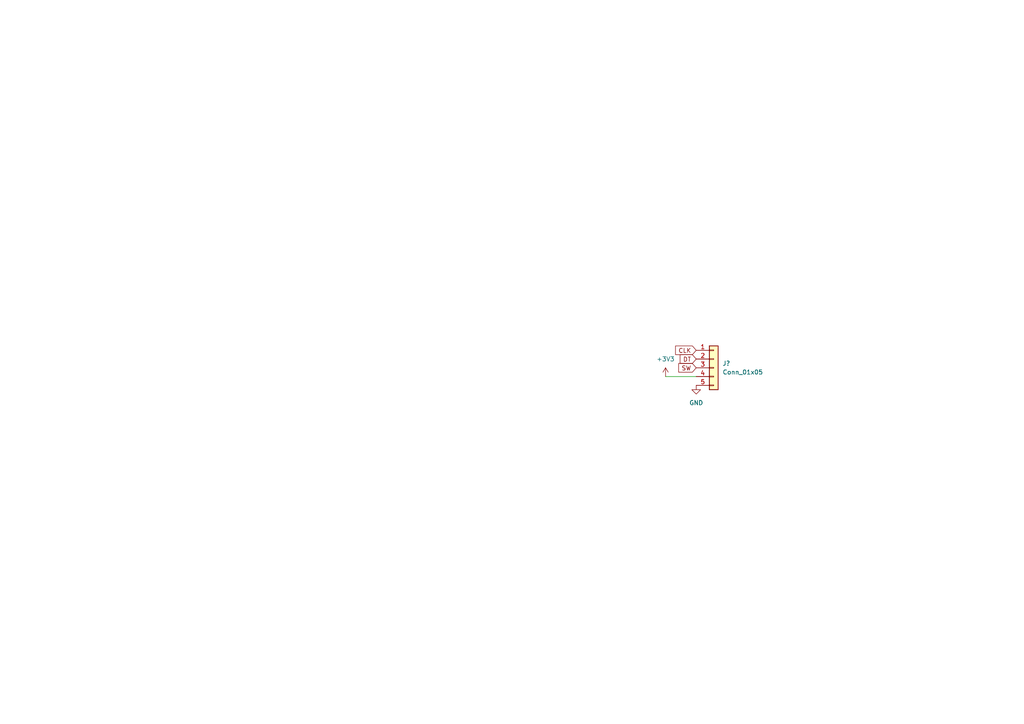
<source format=kicad_sch>
(kicad_sch (version 20211123) (generator eeschema)
  (paper "A4")
  (lib_symbols
    (symbol "Connector_Generic:Conn_01x05" (pin_names (offset 1.016) hide)
      (property "Reference" "J" (at 0 7.62 0))
      (property "Value" "Conn_01x05" (at 0 -7.62 0))
      (symbol "Conn_01x05_1_1"
        (rectangle (start -1.27 -4.953) (end 0 -5.207) (stroke (width 0.1524)))
        (rectangle (start -1.27 -2.413) (end 0 -2.667) (stroke (width 0.1524)))
        (rectangle (start -1.27 0.127) (end 0 -0.127) (stroke (width 0.1524)))
        (rectangle (start -1.27 2.667) (end 0 2.413) (stroke (width 0.1524)))
        (rectangle (start -1.27 5.207) (end 0 4.953) (stroke (width 0.1524)))
        (rectangle (start -1.27 6.35) (end 1.27 -6.35) (stroke (width 0.254)) (fill (type background)))
        (pin passive line (at -5.08 5.08 0) (length 3.81) (name "Pin_1") (number "1"))
        (pin passive line (at -5.08 2.54 0) (length 3.81) (name "Pin_2") (number "2"))
        (pin passive line (at -5.08 0 0) (length 3.81) (name "Pin_3") (number "3"))
        (pin passive line (at -5.08 -2.54 0) (length 3.81) (name "Pin_4") (number "4"))
        (pin passive line (at -5.08 -5.08 0) (length 3.81) (name "Pin_5") (number "5"))
      )
    )
    (symbol "power:+3.3V" (power) (pin_names (offset 0))
      (property "Value" "+3.3V" (at 0 3.556 0))
      (symbol "+3.3V_0_1"
        (polyline (pts (xy -0.762 1.27) (xy 0 2.54)))
        (polyline (pts (xy 0 0) (xy 0 2.54)))
        (polyline (pts (xy 0 2.54) (xy 0.762 1.27)))
      )
      (symbol "+3.3V_1_1"
        (pin power_in line (at 0 0 90) (length 0) hide (name "+3V3") (number "1"))
      )
    )
    (symbol "power:GND" (power) (pin_names (offset 0))
      (property "Value" "GND" (at 0 -3.81 0))
      (symbol "GND_0_1"
        (polyline (pts (xy 0 0) (xy 0 -1.27) (xy 1.27 -1.27) (xy 0 -2.54) (xy -1.27 -1.27) (xy 0 -1.27)))
      )
      (symbol "GND_1_1"
        (pin power_in line (at 0 0 270) (length 0) hide (name "GND") (number "1"))
      )
    )
  )
  (wire (pts (xy 193.04 109.22) (xy 201.93 109.22)))
  (global_label "DT" (shape input) (at 201.93 104.14 180) (property "Intersheet References" "${INTERSHEET_REFS}" (effects hide)))
  (global_label "SW" (shape input) (at 201.93 106.68 180) (property "Intersheet References" "${INTERSHEET_REFS}" (effects hide)))
  (global_label "CLK" (shape input) (at 201.93 101.6 180) (property "Intersheet References" "${INTERSHEET_REFS}" (effects hide)))
  (symbol (lib_id "power:GND") (at 201.93 111.76 0) (unit 1)
    (property "Reference" "#PWR?" (effects hide))
    (property "Value" "GND" (at 201.93 116.84 0))
  )
  (symbol (lib_id "power:+3.3V") (at 193.04 109.22 0) (unit 1)
    (property "Reference" "#PWR?" (effects hide))
    (property "Value" "+3.3V" (at 193.04 104.14 0))
  )
  (symbol (lib_id "Connector_Generic:Conn_01x05") (at 207.01 106.68 0) (unit 1)
    (property "Reference" "J?" (at 209.55 105.4099 0) (effects (justify left)))
    (property "Value" "Conn_01x05" (at 209.55 107.9499 0) (effects (justify left)))
  )
)
</source>
